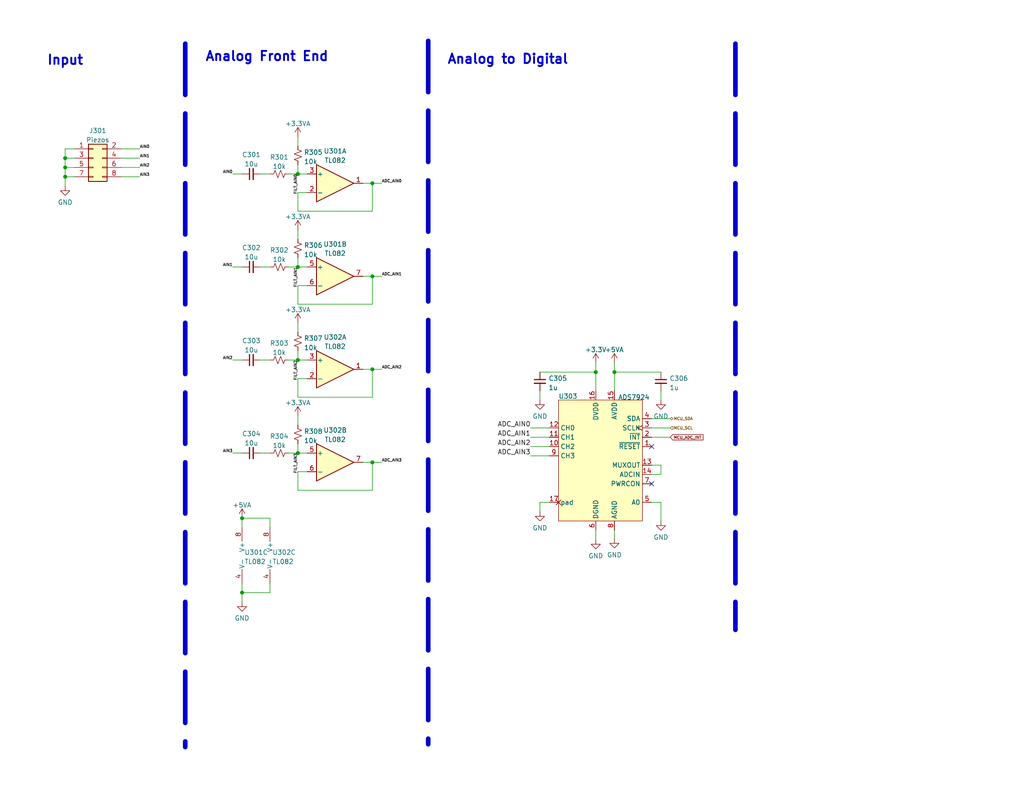
<source format=kicad_sch>
(kicad_sch (version 20211123) (generator eeschema)
  (paper "USLetter")
  (lib_symbols
    (symbol "Amplifier_Operational:TL082" (pin_names (offset 0.127))
      (property "Reference" "U" (at 0 5.08 0))
      (property "Value" "TL082" (at 0 -5.08 0))
      (symbol "TL082_1_1"
        (polyline (pts (xy -5.08 5.08) (xy 5.08 0) (xy -5.08 -5.08) (xy -5.08 5.08)) (stroke (width 0.254)) (fill (type background)))
        (pin output line (at 7.62 0 180) (length 2.54) (name "~") (number "1"))
        (pin input line (at -7.62 -2.54 0) (length 2.54) (name "-") (number "2"))
        (pin input line (at -7.62 2.54 0) (length 2.54) (name "+") (number "3"))
      )
      (symbol "TL082_2_1"
        (polyline (pts (xy -5.08 5.08) (xy 5.08 0) (xy -5.08 -5.08) (xy -5.08 5.08)) (stroke (width 0.254)) (fill (type background)))
        (pin input line (at -7.62 2.54 0) (length 2.54) (name "+") (number "5"))
        (pin input line (at -7.62 -2.54 0) (length 2.54) (name "-") (number "6"))
        (pin output line (at 7.62 0 180) (length 2.54) (name "~") (number "7"))
      )
      (symbol "TL082_3_1"
        (pin power_in line (at -2.54 -7.62 90) (length 3.81) (name "V-") (number "4"))
        (pin power_in line (at -2.54 7.62 270) (length 3.81) (name "V+") (number "8"))
      )
    )
    (symbol "Analog_ADC:ADS7924"
      (property "Reference" "U" (at -12.1673 16.2342 0))
      (property "Value" "ADS7924" (at 8.89 -20.32 0))
      (symbol "ADS7924_0_1"
        (rectangle (start -12.7 15.24) (end 10.16 -17.78) (stroke (width 0.1524)) (fill (type background)))
      )
      (symbol "ADS7924_1_1"
        (pin input line (at 12.7 2.54 180) (length 2.54) (name "~{RESET}") (number "1"))
        (pin input line (at -15.24 2.54 0) (length 2.54) (name "CH2") (number "10"))
        (pin input line (at -15.24 5.08 0) (length 2.54) (name "CH1") (number "11"))
        (pin input line (at -15.24 7.62 0) (length 2.54) (name "CH0") (number "12"))
        (pin output line (at 12.7 -2.54 180) (length 2.54) (name "MUXOUT") (number "13"))
        (pin input line (at 12.7 -5.08 180) (length 2.54) (name "ADCIN") (number "14"))
        (pin power_in line (at 2.54 17.78 270) (length 2.54) (name "AVDD") (number "15"))
        (pin power_in line (at -2.54 17.78 270) (length 2.54) (name "DVDD") (number "16"))
        (pin power_in non_logic (at -15.24 -12.7 0) (length 2.54) (name "pad") (number "17"))
        (pin input line (at 12.7 5.08 180) (length 2.54) (name "~{INT}") (number "2"))
        (pin input clock (at 12.7 7.62 180) (length 2.54) (name "SCLK") (number "3"))
        (pin bidirectional line (at 12.7 10.16 180) (length 2.54) (name "SDA") (number "4"))
        (pin input line (at 12.7 -12.7 180) (length 2.54) (name "A0") (number "5"))
        (pin power_in line (at -2.54 -20.32 90) (length 2.54) (name "DGND") (number "6"))
        (pin output line (at 12.7 -7.62 180) (length 2.54) (name "PWRCON") (number "7"))
        (pin power_in line (at 2.54 -20.32 90) (length 2.54) (name "AGND") (number "8"))
        (pin input line (at -15.24 0 0) (length 2.54) (name "CH3") (number "9"))
      )
    )
    (symbol "Connector_Generic:Conn_02x04_Odd_Even" (pin_names (offset 1.016) hide)
      (property "Reference" "J" (at 1.27 5.08 0))
      (property "Value" "Conn_02x04_Odd_Even" (at 1.27 -7.62 0))
      (symbol "Conn_02x04_Odd_Even_1_1"
        (rectangle (start -1.27 -4.953) (end 0 -5.207) (stroke (width 0.1524)))
        (rectangle (start -1.27 -2.413) (end 0 -2.667) (stroke (width 0.1524)))
        (rectangle (start -1.27 0.127) (end 0 -0.127) (stroke (width 0.1524)))
        (rectangle (start -1.27 2.667) (end 0 2.413) (stroke (width 0.1524)))
        (rectangle (start -1.27 3.81) (end 3.81 -6.35) (stroke (width 0.254)) (fill (type background)))
        (rectangle (start 3.81 -4.953) (end 2.54 -5.207) (stroke (width 0.1524)))
        (rectangle (start 3.81 -2.413) (end 2.54 -2.667) (stroke (width 0.1524)))
        (rectangle (start 3.81 0.127) (end 2.54 -0.127) (stroke (width 0.1524)))
        (rectangle (start 3.81 2.667) (end 2.54 2.413) (stroke (width 0.1524)))
        (pin passive line (at -5.08 2.54 0) (length 3.81) (name "Pin_1") (number "1"))
        (pin passive line (at 7.62 2.54 180) (length 3.81) (name "Pin_2") (number "2"))
        (pin passive line (at -5.08 0 0) (length 3.81) (name "Pin_3") (number "3"))
        (pin passive line (at 7.62 0 180) (length 3.81) (name "Pin_4") (number "4"))
        (pin passive line (at -5.08 -2.54 0) (length 3.81) (name "Pin_5") (number "5"))
        (pin passive line (at 7.62 -2.54 180) (length 3.81) (name "Pin_6") (number "6"))
        (pin passive line (at -5.08 -5.08 0) (length 3.81) (name "Pin_7") (number "7"))
        (pin passive line (at 7.62 -5.08 180) (length 3.81) (name "Pin_8") (number "8"))
      )
    )
    (symbol "Device:C_Small" (pin_numbers hide) (pin_names (offset 0.254) hide)
      (property "Reference" "C" (at 0.254 1.778 0))
      (property "Value" "C_Small" (at 0.254 -2.032 0))
      (symbol "C_Small_0_1"
        (polyline (pts (xy -1.524 -0.508) (xy 1.524 -0.508)) (stroke (width 0.3302)))
        (polyline (pts (xy -1.524 0.508) (xy 1.524 0.508)) (stroke (width 0.3048)))
      )
      (symbol "C_Small_1_1"
        (pin passive line (at 0 2.54 270) (length 2.032) (name "~") (number "1"))
        (pin passive line (at 0 -2.54 90) (length 2.032) (name "~") (number "2"))
      )
    )
    (symbol "Device:R_Small_US" (pin_numbers hide) (pin_names (offset 0.254) hide)
      (property "Reference" "R" (at 0.762 0.508 0))
      (property "Value" "R_Small_US" (at 0.762 -1.016 0))
      (symbol "R_Small_US_1_1"
        (polyline (pts (xy 0 0) (xy 1.016 -0.381) (xy 0 -0.762) (xy -1.016 -1.143) (xy 0 -1.524)))
        (polyline (pts (xy 0 1.524) (xy 1.016 1.143) (xy 0 0.762) (xy -1.016 0.381) (xy 0 0)))
        (pin passive line (at 0 2.54 270) (length 1.016) (name "~") (number "1"))
        (pin passive line (at 0 -2.54 90) (length 1.016) (name "~") (number "2"))
      )
    )
    (symbol "power:+3.3V" (power) (pin_names (offset 0))
      (property "Value" "+3.3V" (at 0 3.556 0))
      (symbol "+3.3V_0_1"
        (polyline (pts (xy -0.762 1.27) (xy 0 2.54)))
        (polyline (pts (xy 0 0) (xy 0 2.54)))
        (polyline (pts (xy 0 2.54) (xy 0.762 1.27)))
      )
      (symbol "+3.3V_1_1"
        (pin power_in line (at 0 0 90) (length 0) hide (name "+3.3V") (number "1"))
      )
    )
    (symbol "power:+3.3VA" (power) (pin_names (offset 0))
      (property "Value" "+3.3VA" (at 0 3.556 0))
      (symbol "+3.3VA_0_1"
        (polyline (pts (xy -0.762 1.27) (xy 0 2.54)))
        (polyline (pts (xy 0 0) (xy 0 2.54)))
        (polyline (pts (xy 0 2.54) (xy 0.762 1.27)))
      )
      (symbol "+3.3VA_1_1"
        (pin power_in line (at 0 0 90) (length 0) hide (name "+3.3VA") (number "1"))
      )
    )
    (symbol "power:+5VA" (power) (pin_names (offset 0))
      (property "Value" "+5VA" (at 0 3.556 0))
      (symbol "+5VA_0_1"
        (polyline (pts (xy -0.762 1.27) (xy 0 2.54)))
        (polyline (pts (xy 0 0) (xy 0 2.54)))
        (polyline (pts (xy 0 2.54) (xy 0.762 1.27)))
      )
      (symbol "+5VA_1_1"
        (pin power_in line (at 0 0 90) (length 0) hide (name "+5VA") (number "1"))
      )
    )
    (symbol "power:GND" (power) (pin_names (offset 0))
      (property "Value" "GND" (at 0 -3.81 0))
      (symbol "GND_0_1"
        (polyline (pts (xy 0 0) (xy 0 -1.27) (xy 1.27 -1.27) (xy 0 -2.54) (xy -1.27 -1.27) (xy 0 -1.27)))
      )
      (symbol "GND_1_1"
        (pin power_in line (at 0 0 270) (length 0) hide (name "GND") (number "1"))
      )
    )
  )
  (junction (at 81.28 72.898))
  (junction (at 17.78 43.18))
  (junction (at 17.78 45.72))
  (junction (at 162.56 101.6))
  (junction (at 101.6 100.838))
  (junction (at 66.04 161.798))
  (junction (at 81.28 123.698))
  (junction (at 101.6 126.238))
  (junction (at 81.28 98.298))
  (junction (at 101.6 50.038))
  (junction (at 81.28 47.498))
  (junction (at 167.64 101.6))
  (junction (at 66.04 141.478))
  (junction (at 17.78 48.26))
  (junction (at 101.6 75.438))
  (no_connect (at 177.8 121.92))
  (no_connect (at 177.8 132.08))
  (wire (pts (xy 177.8 127) (xy 180.34 127)))
  (wire (pts (xy 101.6 75.438) (xy 104.14 75.438)))
  (wire (pts (xy 101.6 126.238) (xy 104.14 126.238)))
  (wire (pts (xy 101.6 108.458) (xy 101.6 100.838)))
  (wire (pts (xy 63.5 72.898) (xy 66.04 72.898)))
  (wire (pts (xy 167.64 144.78) (xy 167.64 147.066)))
  (wire (pts (xy 71.12 98.298) (xy 73.66 98.298)))
  (wire (pts (xy 78.74 47.498) (xy 81.28 47.498)))
  (wire (pts (xy 147.32 106.68) (xy 147.32 109.22)))
  (wire (pts (xy 81.28 103.378) (xy 81.28 108.458)))
  (wire (pts (xy 101.6 75.438) (xy 101.6 83.058)))
  (wire (pts (xy 81.28 72.898) (xy 83.82 72.898)))
  (wire (pts (xy 81.28 77.978) (xy 83.82 77.978)))
  (wire (pts (xy 162.56 99.06) (xy 162.56 101.6)))
  (wire (pts (xy 81.28 44.958) (xy 81.28 47.498)))
  (wire (pts (xy 66.04 144.018) (xy 66.04 141.478)))
  (wire (pts (xy 17.78 48.26) (xy 20.32 48.26)))
  (wire (pts (xy 81.28 57.658) (xy 101.6 57.658)))
  (wire (pts (xy 177.8 129.54) (xy 180.34 129.54)))
  (wire (pts (xy 66.04 159.258) (xy 66.04 161.798)))
  (wire (pts (xy 162.56 101.6) (xy 162.56 106.68)))
  (wire (pts (xy 144.78 116.84) (xy 149.86 116.84)))
  (wire (pts (xy 17.78 43.18) (xy 20.32 43.18)))
  (wire (pts (xy 177.8 119.38) (xy 182.88 119.38)))
  (wire (pts (xy 81.28 113.538) (xy 81.28 116.078)))
  (wire (pts (xy 101.6 50.038) (xy 99.06 50.038)))
  (wire (pts (xy 162.56 144.78) (xy 162.56 147.32)))
  (wire (pts (xy 63.5 98.298) (xy 66.04 98.298)))
  (wire (pts (xy 81.28 52.578) (xy 81.28 57.658)))
  (wire (pts (xy 81.28 133.858) (xy 81.28 128.778)))
  (wire (pts (xy 99.06 126.238) (xy 101.6 126.238)))
  (wire (pts (xy 81.28 37.338) (xy 81.28 39.878)))
  (wire (pts (xy 17.78 43.18) (xy 17.78 45.72)))
  (wire (pts (xy 20.32 40.64) (xy 17.78 40.64)))
  (wire (pts (xy 17.78 45.72) (xy 20.32 45.72)))
  (wire (pts (xy 101.6 100.838) (xy 104.14 100.838)))
  (wire (pts (xy 81.28 123.698) (xy 83.82 123.698)))
  (wire (pts (xy 180.34 137.16) (xy 180.34 142.24)))
  (wire (pts (xy 71.12 47.498) (xy 73.66 47.498)))
  (wire (pts (xy 66.04 161.798) (xy 73.66 161.798)))
  (wire (pts (xy 144.78 124.46) (xy 149.86 124.46)))
  (wire (pts (xy 147.32 101.6) (xy 162.56 101.6)))
  (wire (pts (xy 78.74 98.298) (xy 81.28 98.298)))
  (wire (pts (xy 33.02 43.18) (xy 38.1 43.18)))
  (wire (pts (xy 177.8 114.3) (xy 182.88 114.3)))
  (wire (pts (xy 149.86 137.16) (xy 147.32 137.16)))
  (wire (pts (xy 101.6 100.838) (xy 99.06 100.838)))
  (polyline (pts (xy 50.546 11.938) (xy 50.546 203.962)) (stroke (width 1.27)))
  (wire (pts (xy 167.64 101.6) (xy 167.64 106.68)))
  (wire (pts (xy 81.28 128.778) (xy 83.82 128.778)))
  (wire (pts (xy 101.6 83.058) (xy 81.28 83.058)))
  (wire (pts (xy 78.74 72.898) (xy 81.28 72.898)))
  (wire (pts (xy 63.5 123.698) (xy 66.04 123.698)))
  (wire (pts (xy 167.64 101.6) (xy 180.34 101.6)))
  (wire (pts (xy 66.04 141.478) (xy 73.66 141.478)))
  (wire (pts (xy 180.34 127) (xy 180.34 129.54)))
  (wire (pts (xy 81.28 70.358) (xy 81.28 72.898)))
  (wire (pts (xy 81.28 108.458) (xy 101.6 108.458)))
  (wire (pts (xy 144.78 119.38) (xy 149.86 119.38)))
  (wire (pts (xy 81.28 83.058) (xy 81.28 77.978)))
  (wire (pts (xy 101.6 57.658) (xy 101.6 50.038)))
  (wire (pts (xy 99.06 75.438) (xy 101.6 75.438)))
  (wire (pts (xy 17.78 45.72) (xy 17.78 48.26)))
  (wire (pts (xy 81.28 88.138) (xy 81.28 90.678)))
  (wire (pts (xy 101.6 133.858) (xy 81.28 133.858)))
  (wire (pts (xy 78.74 123.698) (xy 81.28 123.698)))
  (wire (pts (xy 101.6 50.038) (xy 104.14 50.038)))
  (wire (pts (xy 81.28 98.298) (xy 83.82 98.298)))
  (wire (pts (xy 81.28 95.758) (xy 81.28 98.298)))
  (wire (pts (xy 83.82 52.578) (xy 81.28 52.578)))
  (wire (pts (xy 81.28 47.498) (xy 83.82 47.498)))
  (wire (pts (xy 71.12 72.898) (xy 73.66 72.898)))
  (wire (pts (xy 101.6 126.238) (xy 101.6 133.858)))
  (wire (pts (xy 147.32 137.16) (xy 147.32 139.7)))
  (wire (pts (xy 17.78 48.26) (xy 17.78 50.8)))
  (wire (pts (xy 81.28 62.738) (xy 81.28 65.278)))
  (wire (pts (xy 63.5 47.498) (xy 66.04 47.498)))
  (wire (pts (xy 144.78 121.92) (xy 149.86 121.92)))
  (wire (pts (xy 73.66 141.478) (xy 73.66 144.018)))
  (wire (pts (xy 33.02 40.64) (xy 38.1 40.64)))
  (wire (pts (xy 180.34 106.68) (xy 180.34 109.22)))
  (wire (pts (xy 33.02 48.26) (xy 38.1 48.26)))
  (wire (pts (xy 33.02 45.72) (xy 38.1 45.72)))
  (wire (pts (xy 81.28 121.158) (xy 81.28 123.698)))
  (wire (pts (xy 71.12 123.698) (xy 73.66 123.698)))
  (wire (pts (xy 66.04 161.798) (xy 66.04 164.338)))
  (wire (pts (xy 177.8 116.84) (xy 182.88 116.84)))
  (wire (pts (xy 83.82 103.378) (xy 81.28 103.378)))
  (wire (pts (xy 73.66 159.258) (xy 73.66 161.798)))
  (wire (pts (xy 167.64 99.06) (xy 167.64 101.6)))
  (polyline (pts (xy 116.84 11.176) (xy 116.84 203.2)) (stroke (width 1.27)))
  (wire (pts (xy 17.78 40.64) (xy 17.78 43.18)))
  (wire (pts (xy 177.8 137.16) (xy 180.34 137.16)))
  (polyline (pts (xy 200.66 11.938) (xy 200.66 171.958)) (stroke (width 1.27)))
  (text "Analog Front End" (at 55.88 17.018 0) (effects (font (size 2.54 2.54) (thickness 0.508) bold) (justify left bottom)))
  (text "Analog to Digital" (at 121.92 17.78 0) (effects (font (size 2.54 2.54) (thickness 0.508) bold) (justify left bottom)))
  (text "Input" (at 12.7 18.034 0) (effects (font (size 2.54 2.54) (thickness 0.508) bold) (justify left bottom)))
  (label "ADC_AIN3" (at 104.14 126.238 0) (effects (font (size 0.762 0.762))))
  (label "AIN3" (at 38.1 48.26 0) (effects (font (size 0.762 0.762))))
  (label "AIN0" (at 38.1 40.64 0) (effects (font (size 0.762 0.762))))
  (label "AIN2" (at 63.5 98.298 180) (effects (font (size 0.762 0.762))))
  (label "FILT_AIN3" (at 81.28 123.698 270) (effects (font (size 0.762 0.762))))
  (label "FILT_AIN1" (at 81.28 72.898 270) (effects (font (size 0.762 0.762))))
  (label "ADC_AIN2" (at 104.14 100.838 0) (effects (font (size 0.762 0.762))))
  (label "ADC_AIN2" (at 144.78 121.92 180))
  (label "FILT_AIN0" (at 81.28 47.498 270) (effects (font (size 0.762 0.762))))
  (label "AIN1" (at 38.1 43.18 0) (effects (font (size 0.762 0.762))))
  (label "ADC_AIN0" (at 144.78 116.84 180))
  (label "AIN0" (at 63.5 47.498 180) (effects (font (size 0.762 0.762))))
  (label "ADC_AIN1" (at 104.14 75.438 0) (effects (font (size 0.762 0.762))))
  (label "ADC_AIN1" (at 144.78 119.38 180))
  (label "AIN2" (at 38.1 45.72 0) (effects (font (size 0.762 0.762))))
  (label "AIN3" (at 63.5 123.698 180) (effects (font (size 0.762 0.762))))
  (label "AIN1" (at 63.5 72.898 180) (effects (font (size 0.762 0.762))))
  (label "ADC_AIN3" (at 144.78 124.46 180))
  (label "FILT_AIN2" (at 81.28 98.298 270) (effects (font (size 0.762 0.762))))
  (label "ADC_AIN0" (at 104.14 50.038 0) (effects (font (size 0.762 0.762))))
  (global_label "MCU_ADC_INT" (shape input) (at 182.88 119.38 0) (effects (font (size 0.762 0.762))) (property "Intersheet References" "${INTERSHEET_REFS}" (effects hide)))
  (hierarchical_label "MCU_SDA" (shape bidirectional) (at 182.88 114.3 0) (effects (font (size 0.762 0.762))))
  (hierarchical_label "MCU_SCL" (shape input) (at 182.88 116.84 0) (effects (font (size 0.762 0.762))))
  (symbol (lib_id "Device:C_Small") (at 68.58 98.298 90) (unit 1)
    (property "Reference" "C303" (at 68.5863 93.0361 90))
    (property "Value" "10u" (at 68.5863 95.573 90))
    (property "Footprint" "Capacitor_SMD:C_0603_1608Metric" (effects hide))
    (property "LCSC" "C19702" (effects hide))
  )
  (symbol (lib_id "Amplifier_Operational:TL082") (at 76.2 151.638 0) (unit 3)
    (property "Reference" "U302" (at 74.295 150.8033 0) (effects (justify left)))
    (property "Value" "TL082" (at 74.295 153.3402 0) (effects (justify left)))
    (property "Footprint" "Package_SO:SOIC-8_3.9x4.9mm_P1.27mm" (effects hide))
    (property "Datasheet" "http://www.ti.com/lit/ds/symlink/tl081.pdf" (effects hide))
    (property "LCSC" "C190361" (effects hide))
  )
  (symbol (lib_id "Amplifier_Operational:TL082") (at 91.44 126.238 0) (unit 2)
    (property "Reference" "U302" (at 91.44 117.4582 0))
    (property "Value" "TL082" (at 91.44 119.9951 0))
    (property "Footprint" "Package_SO:SOIC-8_3.9x4.9mm_P1.27mm" (effects hide))
    (property "Datasheet" "http://www.ti.com/lit/ds/symlink/tl081.pdf" (effects hide))
    (property "LCSC" "C190361" (effects hide))
  )
  (symbol (lib_id "power:+5VA") (at 167.64 99.06 0) (unit 1)
    (property "Reference" "#PWR0311" (effects hide))
    (property "Value" "+5VA" (at 167.64 95.4842 0))
  )
  (symbol (lib_id "power:+3.3VA") (at 81.28 88.138 0) (unit 1)
    (property "Reference" "#PWR0306" (effects hide))
    (property "Value" "+3.3VA" (at 81.28 84.5622 0))
  )
  (symbol (lib_id "Analog_ADC:ADS7924") (at 165.1 124.46 0) (unit 1)
    (property "Reference" "U303" (at 152.4 108.204 0) (effects (justify left)))
    (property "Value" "ADS7924" (at 168.656 108.458 0) (effects (justify left)))
    (property "Footprint" "Package_DFN_QFN:WQFN-16-1EP_3x3mm_P0.5mm_EP1.68x1.68mm" (effects hide))
    (property "Datasheet" "https://www.ti.com/lit/ds/symlink/ads7924.pdf" (effects hide))
    (property "LCSC" "C294540" (effects hide))
  )
  (symbol (lib_id "power:+3.3VA") (at 81.28 62.738 0) (unit 1)
    (property "Reference" "#PWR0305" (effects hide))
    (property "Value" "+3.3VA" (at 81.28 59.1622 0))
  )
  (symbol (lib_id "Device:R_Small_US") (at 76.2 98.298 90) (unit 1)
    (property "Reference" "R303" (at 76.2 93.7092 90))
    (property "Value" "10k" (at 76.2 96.2461 90))
    (property "Footprint" "Resistor_SMD:R_0603_1608Metric" (effects hide))
    (property "LCSC" "C25804" (effects hide))
  )
  (symbol (lib_id "power:GND") (at 162.56 147.32 0) (unit 1)
    (property "Reference" "#PWR0310" (effects hide))
    (property "Value" "GND" (at 162.56 151.7634 0))
  )
  (symbol (lib_id "Device:C_Small") (at 180.34 104.14 0) (unit 1)
    (property "Reference" "C306" (at 182.6641 103.3116 0) (effects (justify left)))
    (property "Value" "1u" (at 182.6641 105.8485 0) (effects (justify left)))
    (property "Footprint" "Capacitor_SMD:C_0402_1005Metric" (effects hide))
    (property "LCSC" "C52923" (effects hide))
  )
  (symbol (lib_id "Device:R_Small_US") (at 76.2 123.698 90) (unit 1)
    (property "Reference" "R304" (at 76.2 119.1092 90))
    (property "Value" "10k" (at 76.2 121.6461 90))
    (property "Footprint" "Resistor_SMD:R_0603_1608Metric" (effects hide))
    (property "LCSC" "C25804" (effects hide))
  )
  (symbol (lib_id "Device:C_Small") (at 68.58 123.698 90) (unit 1)
    (property "Reference" "C304" (at 68.5863 118.4361 90))
    (property "Value" "10u" (at 68.5863 120.973 90))
    (property "Footprint" "Capacitor_SMD:C_0603_1608Metric" (effects hide))
    (property "LCSC" "C19702" (effects hide))
  )
  (symbol (lib_id "Amplifier_Operational:TL082") (at 91.44 50.038 0) (unit 1)
    (property "Reference" "U301" (at 91.44 41.2582 0))
    (property "Value" "TL082" (at 91.44 43.7951 0))
    (property "Footprint" "Package_SO:SOIC-8_3.9x4.9mm_P1.27mm" (effects hide))
    (property "Datasheet" "http://www.ti.com/lit/ds/symlink/tl081.pdf" (effects hide))
    (property "LCSC" "C190361" (effects hide))
  )
  (symbol (lib_id "Amplifier_Operational:TL082") (at 91.44 100.838 0) (unit 1)
    (property "Reference" "U302" (at 91.44 92.0582 0))
    (property "Value" "TL082" (at 91.44 94.5951 0))
    (property "Footprint" "Package_SO:SOIC-8_3.9x4.9mm_P1.27mm" (effects hide))
    (property "Datasheet" "http://www.ti.com/lit/ds/symlink/tl081.pdf" (effects hide))
    (property "LCSC" "C190361" (effects hide))
  )
  (symbol (lib_id "Device:R_Small_US") (at 76.2 47.498 90) (unit 1)
    (property "Reference" "R301" (at 76.2 42.9092 90))
    (property "Value" "10k" (at 76.2 45.4461 90))
    (property "Footprint" "Resistor_SMD:R_0603_1608Metric" (effects hide))
    (property "LCSC" "C25804" (effects hide))
  )
  (symbol (lib_id "power:+3.3VA") (at 81.28 37.338 0) (unit 1)
    (property "Reference" "#PWR0304" (effects hide))
    (property "Value" "+3.3VA" (at 81.28 33.7622 0))
  )
  (symbol (lib_id "Device:R_Small_US") (at 81.28 118.618 0) (unit 1)
    (property "Reference" "R308" (at 82.931 117.7833 0) (effects (justify left)))
    (property "Value" "10k" (at 82.931 120.3202 0) (effects (justify left)))
    (property "Footprint" "Resistor_SMD:R_0603_1608Metric" (effects hide))
    (property "LCSC" "C25804" (effects hide))
  )
  (symbol (lib_id "Amplifier_Operational:TL082") (at 68.58 151.638 0) (unit 3)
    (property "Reference" "U301" (at 66.675 150.8033 0) (effects (justify left)))
    (property "Value" "TL082" (at 66.675 153.3402 0) (effects (justify left)))
    (property "Footprint" "Package_SO:SOIC-8_3.9x4.9mm_P1.27mm" (effects hide))
    (property "Datasheet" "http://www.ti.com/lit/ds/symlink/tl081.pdf" (effects hide))
    (property "LCSC" "C190361" (effects hide))
  )
  (symbol (lib_id "Device:C_Small") (at 68.58 72.898 90) (unit 1)
    (property "Reference" "C302" (at 68.5863 67.6361 90))
    (property "Value" "10u" (at 68.5863 70.173 90))
    (property "Footprint" "Capacitor_SMD:C_0603_1608Metric" (effects hide))
    (property "LCSC" "C19702" (effects hide))
  )
  (symbol (lib_id "Device:R_Small_US") (at 76.2 72.898 90) (unit 1)
    (property "Reference" "R302" (at 76.2 68.3092 90))
    (property "Value" "10k" (at 76.2 70.8461 90))
    (property "Footprint" "Resistor_SMD:R_0603_1608Metric" (effects hide))
    (property "LCSC" "C25804" (effects hide))
  )
  (symbol (lib_id "power:GND") (at 66.04 164.338 0) (unit 1)
    (property "Reference" "#PWR0303" (effects hide))
    (property "Value" "GND" (at 66.04 168.7814 0))
  )
  (symbol (lib_id "Connector_Generic:Conn_02x04_Odd_Even") (at 25.4 43.18 0) (unit 1)
    (property "Reference" "J301" (at 26.67 35.6702 0))
    (property "Value" "Piezos" (at 26.67 38.2071 0))
    (property "Footprint" "Connector_PinSocket_2.54mm:PinSocket_2x04_P2.54mm_Vertical" (effects hide))
  )
  (symbol (lib_id "power:+5VA") (at 66.04 141.478 0) (unit 1)
    (property "Reference" "#PWR0302" (effects hide))
    (property "Value" "+5VA" (at 66.04 137.9022 0))
  )
  (symbol (lib_id "Device:C_Small") (at 147.32 104.14 0) (unit 1)
    (property "Reference" "C305" (at 149.6441 103.3116 0) (effects (justify left)))
    (property "Value" "1u" (at 149.6441 105.8485 0) (effects (justify left)))
    (property "Footprint" "Capacitor_SMD:C_0402_1005Metric" (effects hide))
    (property "LCSC" "C52923" (effects hide))
  )
  (symbol (lib_id "Device:R_Small_US") (at 81.28 42.418 0) (unit 1)
    (property "Reference" "R305" (at 82.931 41.5833 0) (effects (justify left)))
    (property "Value" "10k" (at 82.931 44.1202 0) (effects (justify left)))
    (property "Footprint" "Resistor_SMD:R_0603_1608Metric" (effects hide))
    (property "LCSC" "C25804" (effects hide))
  )
  (symbol (lib_id "power:GND") (at 180.34 109.22 0) (unit 1)
    (property "Reference" "#PWR0313" (effects hide))
    (property "Value" "GND" (at 180.34 113.6634 0))
  )
  (symbol (lib_id "power:+3.3V") (at 162.56 99.06 0) (unit 1)
    (property "Reference" "#PWR0309" (effects hide))
    (property "Value" "+3.3V" (at 162.56 95.4842 0))
  )
  (symbol (lib_id "power:GND") (at 147.32 139.7 0) (unit 1)
    (property "Reference" "#PWR0101" (effects hide))
    (property "Value" "GND" (at 147.32 144.1434 0))
  )
  (symbol (lib_id "power:+3.3VA") (at 81.28 113.538 0) (unit 1)
    (property "Reference" "#PWR0307" (effects hide))
    (property "Value" "+3.3VA" (at 81.28 109.9622 0))
  )
  (symbol (lib_id "Amplifier_Operational:TL082") (at 91.44 75.438 0) (unit 2)
    (property "Reference" "U301" (at 91.44 66.6582 0))
    (property "Value" "TL082" (at 91.44 69.1951 0))
    (property "Footprint" "Package_SO:SOIC-8_3.9x4.9mm_P1.27mm" (effects hide))
    (property "Datasheet" "http://www.ti.com/lit/ds/symlink/tl081.pdf" (effects hide))
    (property "LCSC" "C190361" (effects hide))
  )
  (symbol (lib_id "power:GND") (at 180.34 142.24 0) (unit 1)
    (property "Reference" "#PWR0314" (effects hide))
    (property "Value" "GND" (at 180.34 146.6834 0))
  )
  (symbol (lib_id "Device:C_Small") (at 68.58 47.498 90) (unit 1)
    (property "Reference" "C301" (at 68.5863 42.2361 90))
    (property "Value" "10u" (at 68.5863 44.773 90))
    (property "Footprint" "Capacitor_SMD:C_0603_1608Metric" (effects hide))
    (property "LCSC" "C19702" (effects hide))
  )
  (symbol (lib_id "Device:R_Small_US") (at 81.28 93.218 0) (unit 1)
    (property "Reference" "R307" (at 82.931 92.3833 0) (effects (justify left)))
    (property "Value" "10k" (at 82.931 94.9202 0) (effects (justify left)))
    (property "Footprint" "Resistor_SMD:R_0603_1608Metric" (effects hide))
    (property "LCSC" "C25804" (effects hide))
  )
  (symbol (lib_id "Device:R_Small_US") (at 81.28 67.818 0) (unit 1)
    (property "Reference" "R306" (at 82.931 66.9833 0) (effects (justify left)))
    (property "Value" "10k" (at 82.931 69.5202 0) (effects (justify left)))
    (property "Footprint" "Resistor_SMD:R_0603_1608Metric" (effects hide))
    (property "LCSC" "C25804" (effects hide))
  )
  (symbol (lib_id "power:GND") (at 167.64 147.066 0) (unit 1)
    (property "Reference" "#PWR0312" (effects hide))
    (property "Value" "GND" (at 167.64 151.5094 0))
  )
  (symbol (lib_id "power:GND") (at 17.78 50.8 0) (unit 1)
    (property "Reference" "#PWR0301" (effects hide))
    (property "Value" "GND" (at 17.78 55.2434 0))
  )
  (symbol (lib_id "power:GND") (at 147.32 109.22 0) (unit 1)
    (property "Reference" "#PWR0308" (effects hide))
    (property "Value" "GND" (at 147.32 113.6634 0))
  )
)
</source>
